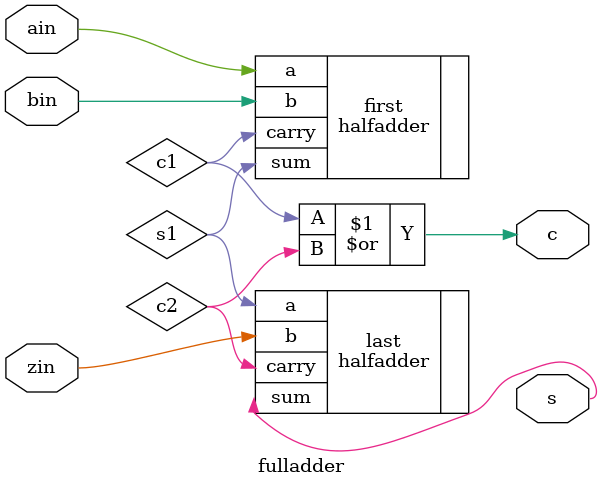
<source format=v>
`timescale 1ns / 1ps


module fulladder(ain,bin,zin,s,c);
input ain, bin, zin;
output s, c;

wire s1, c1;
wire c2; 

halfadder first(.a(ain),.b(bin),.sum(s1),.carry(c1));
halfadder last(.a(s1),.b(zin),.sum(s),.carry(c2));

assign c = c1 | c2;



 
endmodule


</source>
